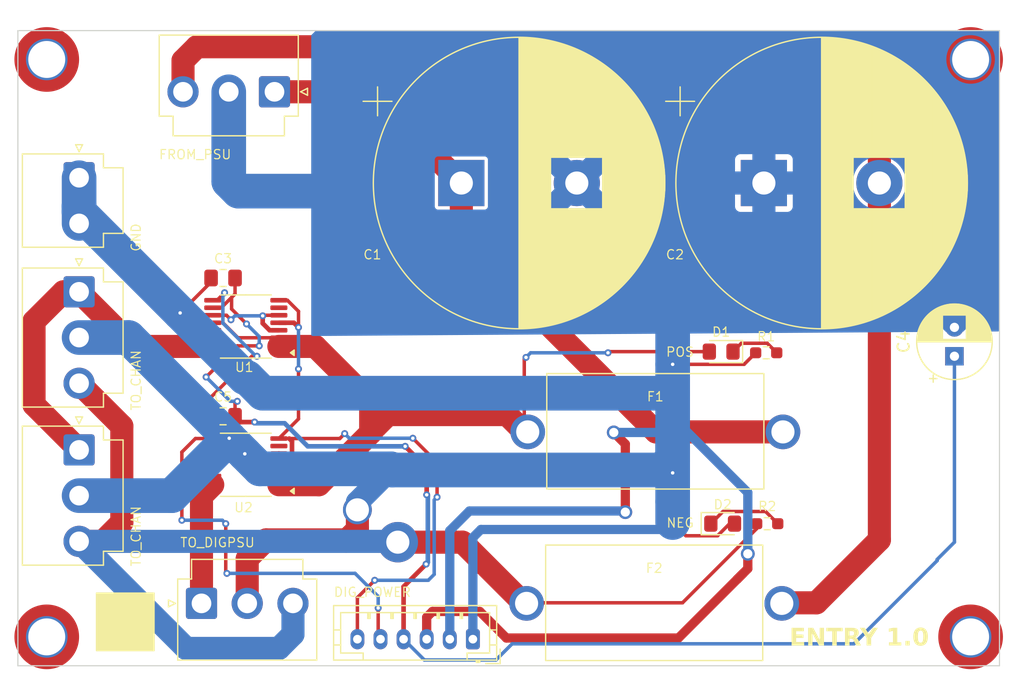
<source format=kicad_pcb>
(kicad_pcb (version 20240108) (generator "pcbnew") (generator_version "8.0")
  (layers (0 "F.Cu" signal) (31 "B.Cu" signal) (34 "B.Paste" user) (35 "F.Paste" user) (36 "B.SilkS" user "B.Silkscreen") (37 "F.SilkS" user "F.Silkscreen") (38 "B.Mask" user) (39 "F.Mask" user) (44 "Edge.Cuts" user))
  (net 0 "")
  (net 1 "DC_POS")
  (net 2 "DC_NEG")
  (net 3 "PGND")
  (net 4 "DC_POS_FUSED")
  (net 5 "DC_NEG_FUSED")
  (net 6 "DC_POS_POW")
  (net 7 "3V3")
  (net 8 "SCL")
  (net 10 "SDA")
  (net 12 "DC_POS_PSU_POW")
  (net 13 "Net-(D1-K)")
  (net 14 "Net-(D2-K)")
  (footprint "Capacitor_THT:CP_Radial_D25.0mm_P10.00mm_SnapIn" (layer "F.Cu") (at 150.5 76.7)
    (property "Reference" "C2" (at -7.7 6.2 0) (layer "F.SilkS") (effects (font (size 0.8 0.8) (thickness 0.1))))
    (property "Value" "10000u 50V")
    (pad "1" thru_hole rect (at 0 0) (size 4 4) (drill 2) (layers "*.Cu" "*.Mask") (net 3 "PGND"))
    (pad "2" thru_hole circle (at 10 0) (size 4 4) (drill 2) (layers "*.Cu" "*.Mask") (net 2 "DC_NEG"))
  )
  (footprint "Capacitor_THT:CP_Radial_D6.3mm_P2.50mm" (layer "F.Cu") (at 167 91.7 90)
    (property "Reference" "C4" (at 1.25 -4.4 90) (layer "F.SilkS"))
    (property "Value" "220u 10V")
    (pad "1" thru_hole rect (at 0 0 90) (size 1.6 1.6) (drill 0.8) (layers "*.Cu" "*.Mask") (net 7 "3V3"))
    (pad "2" thru_hole circle (at 2.5 0 90) (size 1.6 1.6) (drill 0.8) (layers "*.Cu" "*.Mask") (net 3 "PGND"))
  )
  (footprint "Connector_JST:JST_VH_B3P-VH-B_1x03_P3.96mm_Vertical" (layer "F.Cu") (at 91.2 99.81 -90)
    (property "Reference" "J4" (hide yes))
    (property "Value" "Conn_01x03_Pin")
    (pad "1" thru_hole roundrect (at 0 0 270) (size 2.7 2.7) (drill 1.7) (layers "*.Cu" "*.Mask") (roundrect_rratio 0.092593) (net 6 "DC_POS_POW"))
    (pad "2" thru_hole circle (at 3.96 0 270) (size 2.7 2.7) (drill 1.7) (layers "*.Cu" "*.Mask") (net 3 "PGND"))
    (pad "3" thru_hole circle (at 7.92 0 270) (size 2.7 2.7) (drill 1.7) (layers "*.Cu" "*.Mask") (net 5 "DC_NEG_FUSED"))
  )
  (footprint "MountingHole:MountingHole_3.2mm_M3_DIN965_Pad_TopOnly" (layer "F.Cu") (at 88.4 66 90)
    (property "Reference" "H1" (hide yes))
    (property "Value" "MountingHole")
    (pad "1" thru_hole circle (at 0 0 90) (size 3.6 3.6) (drill 3.2) (layers "*.Cu" "*.Mask"))
    (pad "1" connect circle (at 0 0 90) (size 5.6 5.6) (layers "F.Cu" "F.Mask"))
  )
  (footprint "MountingHole:MountingHole_3.2mm_M3_DIN965_Pad_TopOnly" (layer "F.Cu") (at 88.4 116 90)
    (property "Reference" "H3" (hide yes))
    (property "Value" "MountingHole")
    (pad "1" thru_hole circle (at 0 0 90) (size 3.6 3.6) (drill 3.2) (layers "*.Cu" "*.Mask"))
    (pad "1" connect circle (at 0 0 90) (size 5.6 5.6) (layers "F.Cu" "F.Mask"))
  )
  (footprint "MountingHole:MountingHole_3.2mm_M3_DIN965_Pad_TopOnly" (layer "F.Cu") (at 168.4 66 90)
    (property "Reference" "H2" (hide yes))
    (property "Value" "MountingHole")
    (pad "1" thru_hole circle (at 0 0 90) (size 3.6 3.6) (drill 3.2) (layers "*.Cu" "*.Mask"))
    (pad "1" connect circle (at 0 0 90) (size 5.6 5.6) (layers "F.Cu" "F.Mask"))
  )
  (footprint "Capacitor_SMD:C_0805_2012Metric_Pad1.18x1.45mm_HandSolder" (layer "F.Cu") (at 103.6675 96.9)
    (property "Reference" "C5" (at 0 -1.68 0) (layer "F.SilkS") (effects (font (size 0.8 0.8) (thickness 0.1))))
    (property "Value" "0.1u")
    (pad "1" smd roundrect (at -1.0375 0) (size 1.175 1.45) (layers "F.Cu" "F.Paste" "F.Mask") (roundrect_rratio 0.212766) (net 3 "PGND"))
    (pad "2" smd roundrect (at 1.0375 0) (size 1.175 1.45) (layers "F.Cu" "F.Paste" "F.Mask") (roundrect_rratio 0.212766) (net 7 "3V3"))
  )
  (footprint "Custom:Aliexpress Fuse 5x20" (layer "F.Cu") (at 141.1 95.7)
    (property "Reference" "F1" (at 0 -0.5 0) (layer "F.SilkS") (effects (font (size 0.8 0.8) (thickness 0.1))))
    (property "Value" "Fuse_Small")
    (pad "1" thru_hole circle (at -11.05 2.55) (size 3 3) (drill 2) (layers "*.Cu" "*.Mask") (net 4 "DC_POS_FUSED"))
    (pad "2" thru_hole circle (at 11.05 2.55) (size 3 3) (drill 2) (layers "*.Cu" "*.Mask") (net 1 "DC_POS"))
  )
  (footprint "Connector_JST:JST_VH_B3P-VH-B_1x03_P3.96mm_Vertical" (layer "F.Cu") (at 108.12 68.8 180)
    (property "Reference" "J1" (hide yes))
    (property "Value" "Conn_01x03_Pin")
    (pad "1" thru_hole roundrect (at 0 0 180) (size 2.7 2.7) (drill 1.7) (layers "*.Cu" "*.Mask") (roundrect_rratio 0.092593) (net 1 "DC_POS"))
    (pad "2" thru_hole circle (at 3.96 0 180) (size 2.7 2.7) (drill 1.7) (layers "*.Cu" "*.Mask") (net 3 "PGND"))
    (pad "3" thru_hole circle (at 7.92 0 180) (size 2.7 2.7) (drill 1.7) (layers "*.Cu" "*.Mask") (net 2 "DC_NEG"))
  )
  (footprint "Custom:Aliexpress Fuse 5x20" (layer "F.Cu") (at 141 110.55)
    (property "Reference" "F2" (at 0 -0.5 0) (layer "F.SilkS") (effects (font (size 0.8 0.8) (thickness 0.1))))
    (property "Value" "Fuse_Small")
    (pad "1" thru_hole circle (at -11.05 2.55) (size 3 3) (drill 2) (layers "*.Cu" "*.Mask") (net 5 "DC_NEG_FUSED"))
    (pad "2" thru_hole circle (at 11.05 2.55) (size 3 3) (drill 2) (layers "*.Cu" "*.Mask") (net 2 "DC_NEG"))
  )
  (footprint "LED_SMD:LED_0805_2012Metric_Pad1.15x1.40mm_HandSolder" (layer "F.Cu") (at 146.93 106.195)
    (property "Reference" "D2" (at 0 -1.65 0) (layer "F.SilkS") (effects (font (size 0.8 0.8) (thickness 0.1))))
    (property "Value" "YELLOW")
    (pad "1" smd roundrect (at -1.025 0) (size 1.15 1.4) (layers "F.Cu" "F.Paste" "F.Mask") (roundrect_rratio 0.217391) (net 14 "Net-(D2-K)"))
    (pad "2" smd roundrect (at 1.025 0) (size 1.15 1.4) (layers "F.Cu" "F.Paste" "F.Mask") (roundrect_rratio 0.217391) (net 3 "PGND"))
  )
  (footprint "LED_SMD:LED_0805_2012Metric_Pad1.15x1.40mm_HandSolder" (layer "F.Cu") (at 146.8 91.3 180)
    (property "Reference" "D1" (at 0 1.7 0) (layer "F.SilkS") (effects (font (size 0.8 0.8) (thickness 0.1))))
    (property "Value" "YELLOW")
    (pad "1" smd roundrect (at -1.025 0 180) (size 1.15 1.4) (layers "F.Cu" "F.Paste" "F.Mask") (roundrect_rratio 0.217391) (net 13 "Net-(D1-K)"))
    (pad "2" smd roundrect (at 1.025 0 180) (size 1.15 1.4) (layers "F.Cu" "F.Paste" "F.Mask") (roundrect_rratio 0.217391) (net 4 "DC_POS_FUSED"))
  )
  (footprint "Resistor_SMD:R_0603_1608Metric_Pad0.98x0.95mm_HandSolder" (layer "F.Cu") (at 150.7875 106.2 180)
    (property "Reference" "R2" (at 0 1.5 0) (layer "F.SilkS") (effects (font (size 0.8 0.8) (thickness 0.1))))
    (property "Value" "3.6K")
    (pad "1" smd roundrect (at -0.9125 0 180) (size 0.975 0.95) (layers "F.Cu" "F.Paste" "F.Mask") (net 14 "Net-(D2-K)"))
    (pad "2" smd roundrect (at 0.9125 0 180) (size 0.975 0.95) (layers "F.Cu" "F.Paste" "F.Mask") (net 5 "DC_NEG_FUSED"))
  )
  (footprint "Capacitor_SMD:C_0805_2012Metric_Pad1.18x1.45mm_HandSolder" (layer "F.Cu") (at 103.6675 84.925)
    (property "Reference" "C3" (at 0 -1.68 0) (layer "F.SilkS") (effects (font (size 0.8 0.8) (thickness 0.1))))
    (property "Value" "0.1u")
    (pad "1" smd roundrect (at -1.0375 0) (size 1.175 1.45) (layers "F.Cu" "F.Paste" "F.Mask") (roundrect_rratio 0.212766) (net 3 "PGND"))
    (pad "2" smd roundrect (at 1.0375 0) (size 1.175 1.45) (layers "F.Cu" "F.Paste" "F.Mask") (roundrect_rratio 0.212766) (net 7 "3V3"))
  )
  (footprint "Resistor_SMD:R_0603_1608Metric_Pad0.98x0.95mm_HandSolder" (layer "F.Cu") (at 150.7 91.4 180)
    (property "Reference" "R1" (at 0 1.4 0) (layer "F.SilkS") (effects (font (size 0.8 0.8) (thickness 0.1))))
    (property "Value" "3.6K")
    (pad "1" smd roundrect (at -0.9125 0 180) (size 0.975 0.95) (layers "F.Cu" "F.Paste" "F.Mask") (net 13 "Net-(D1-K)"))
    (pad "2" smd roundrect (at 0.9125 0 180) (size 0.975 0.95) (layers "F.Cu" "F.Paste" "F.Mask") (net 3 "PGND"))
  )
  (footprint "Connector_JST:JST_PH_B6B-PH-K_1x06_P2.00mm_Vertical" (layer "F.Cu") (at 125.3 116.2 180)
    (property "Reference" "J6" (hide yes))
    (property "Value" "Conn_01x06_Pin")
    (pad "1" thru_hole roundrect (at 0 0 180) (size 1.2 1.75) (drill 0.75) (layers "*.Cu" "*.Mask") (roundrect_rratio 0.208333) (net 3 "PGND"))
    (pad "2" thru_hole oval (at 2 0 180) (size 1.2 1.75) (drill 0.75) (layers "*.Cu" "*.Mask") (net 3 "PGND"))
    (pad "3" thru_hole oval (at 4 0 180) (size 1.2 1.75) (drill 0.75) (layers "*.Cu" "*.Mask") (net 3 "PGND"))
    (pad "4" thru_hole oval (at 6 0 180) (size 1.2 1.75) (drill 0.75) (layers "*.Cu" "*.Mask") (net 7 "3V3"))
    (pad "5" thru_hole oval (at 8 0 180) (size 1.2 1.75) (drill 0.75) (layers "*.Cu" "*.Mask") (net 8 "SCL"))
    (pad "6" thru_hole oval (at 10 0 180) (size 1.2 1.75) (drill 0.75) (layers "*.Cu" "*.Mask") (net 10 "SDA"))
  )
  (footprint "Package_SO:TSSOP-16_4.4x5mm_P0.65mm" (layer "F.Cu") (at 105.6375 101.100001 180)
    (property "Reference" "U2" (at 0.2 -3.699999 0) (layer "F.SilkS") (effects (font (size 0.8 0.8) (thickness 0.1))))
    (property "Value" "INA260")
    (pad "1" smd roundrect (at -2.8625 -2.275 180) (size 1.475 0.4) (layers "F.Cu" "F.Paste" "F.Mask") (net 4 "DC_POS_FUSED"))
    (pad "2" smd roundrect (at -2.8625 -1.625 180) (size 1.475 0.4) (layers "F.Cu" "F.Paste" "F.Mask") (net 4 "DC_POS_FUSED"))
    (pad "3" smd roundrect (at -2.8625 -0.975 180) (size 1.475 0.4) (layers "F.Cu" "F.Paste" "F.Mask") (net 4 "DC_POS_FUSED"))
    (pad "4" smd roundrect (at -2.8625 -0.325 180) (size 1.475 0.4) (layers "F.Cu" "F.Paste" "F.Mask") (net 10 "SDA"))
    (pad "5" smd roundrect (at -2.8625 0.325 180) (size 1.475 0.4) (layers "F.Cu" "F.Paste" "F.Mask") (net 3 "PGND"))
    (pad "6" smd roundrect (at -2.8625 0.975 180) (size 1.475 0.4) (layers "F.Cu" "F.Paste" "F.Mask") (net 3 "PGND"))
    (pad "7" smd roundrect (at -2.8625 1.625 180) (size 1.475 0.4) (layers "F.Cu" "F.Paste" "F.Mask"))
    (pad "8" smd roundrect (at -2.8625 2.275 180) (size 1.475 0.4) (layers "F.Cu" "F.Paste" "F.Mask") (net 10 "SDA"))
    (pad "9" smd roundrect (at 2.8625 2.275 180) (size 1.475 0.4) (layers "F.Cu" "F.Paste" "F.Mask") (net 8 "SCL"))
    (pad "10" smd roundrect (at 2.8625 1.625 180) (size 1.475 0.4) (layers "F.Cu" "F.Paste" "F.Mask") (net 7 "3V3"))
    (pad "11" smd roundrect (at 2.8625 0.975 180) (size 1.475 0.4) (layers "F.Cu" "F.Paste" "F.Mask") (net 3 "PGND"))
    (pad "12" smd roundrect (at 2.8625 0.325 180) (size 1.475 0.4) (layers "F.Cu" "F.Paste" "F.Mask") (net 4 "DC_POS_FUSED"))
    (pad "13" smd roundrect (at 2.8625 -0.325 180) (size 1.475 0.4) (layers "F.Cu" "F.Paste" "F.Mask"))
    (pad "14" smd roundrect (at 2.8625 -0.975 180) (size 1.475 0.4) (layers "F.Cu" "F.Paste" "F.Mask") (net 12 "DC_POS_PSU_POW"))
    (pad "15" smd roundrect (at 2.8625 -1.625 180) (size 1.475 0.4) (layers "F.Cu" "F.Paste" "F.Mask") (net 12 "DC_POS_PSU_POW"))
    (pad "16" smd roundrect (at 2.8625 -2.275 180) (size 1.475 0.4) (layers "F.Cu" "F.Paste" "F.Mask") (net 12 "DC_POS_PSU_POW"))
  )
  (footprint "Package_SO:TSSOP-16_4.4x5mm_P0.65mm" (layer "F.Cu") (at 105.6375 89.125 180)
    (property "Reference" "U1" (at 0.131944 -3.528279 0) (layer "F.SilkS") (effects (font (size 0.8 0.8) (thickness 0.1))))
    (property "Value" "INA260")
    (pad "1" smd roundrect (at -2.8625 -2.275 180) (size 1.475 0.4) (layers "F.Cu" "F.Paste" "F.Mask") (net 4 "DC_POS_FUSED"))
    (pad "2" smd roundrect (at -2.8625 -1.625 180) (size 1.475 0.4) (layers "F.Cu" "F.Paste" "F.Mask") (net 4 "DC_POS_FUSED"))
    (pad "3" smd roundrect (at -2.8625 -0.975 180) (size 1.475 0.4) (layers "F.Cu" "F.Paste" "F.Mask") (net 4 "DC_POS_FUSED"))
    (pad "4" smd roundrect (at -2.8625 -0.325 180) (size 1.475 0.4) (layers "F.Cu" "F.Paste" "F.Mask") (net 3 "PGND"))
    (pad "5" smd roundrect (at -2.8625 0.325 180) (size 1.475 0.4) (layers "F.Cu" "F.Paste" "F.Mask") (net 10 "SDA"))
    (pad "6" smd roundrect (at -2.8625 0.975 180) (size 1.475 0.4) (layers "F.Cu" "F.Paste" "F.Mask") (net 3 "PGND"))
    (pad "7" smd roundrect (at -2.8625 1.625 180) (size 1.475 0.4) (layers "F.Cu" "F.Paste" "F.Mask"))
    (pad "8" smd roundrect (at -2.8625 2.275 180) (size 1.475 0.4) (layers "F.Cu" "F.Paste" "F.Mask") (net 10 "SDA"))
    (pad "9" smd roundrect (at 2.8625 2.275 180) (size 1.475 0.4) (layers "F.Cu" "F.Paste" "F.Mask") (net 8 "SCL"))
    (pad "10" smd roundrect (at 2.8625 1.625 180) (size 1.475 0.4) (layers "F.Cu" "F.Paste" "F.Mask") (net 7 "3V3"))
    (pad "11" smd roundrect (at 2.8625 0.975 180) (size 1.475 0.4) (layers "F.Cu" "F.Paste" "F.Mask") (net 3 "PGND"))
    (pad "12" smd roundrect (at 2.8625 0.325 180) (size 1.475 0.4) (layers "F.Cu" "F.Paste" "F.Mask") (net 4 "DC_POS_FUSED"))
    (pad "13" smd roundrect (at 2.8625 -0.325 180) (size 1.475 0.4) (layers "F.Cu" "F.Paste" "F.Mask"))
    (pad "14" smd roundrect (at 2.8625 -0.975 180) (size 1.475 0.4) (layers "F.Cu" "F.Paste" "F.Mask") (net 6 "DC_POS_POW"))
    (pad "15" smd roundrect (at 2.8625 -1.625 180) (size 1.475 0.4) (layers "F.Cu" "F.Paste" "F.Mask") (net 6 "DC_POS_POW"))
    (pad "16" smd roundrect (at 2.8625 -2.275 180) (size 1.475 0.4) (layers "F.Cu" "F.Paste" "F.Mask") (net 6 "DC_POS_POW"))
  )
  (footprint "Connector_JST:JST_VH_B3P-VH-B_1x03_P3.96mm_Vertical" (layer "F.Cu") (at 91.2 86.12 -90)
    (property "Reference" "J3" (hide yes))
    (property "Value" "Conn_01x03_Pin")
    (pad "1" thru_hole roundrect (at 0 0 270) (size 2.7 2.7) (drill 1.7) (layers "*.Cu" "*.Mask") (roundrect_rratio 0.092593) (net 6 "DC_POS_POW"))
    (pad "2" thru_hole circle (at 3.96 0 270) (size 2.7 2.7) (drill 1.7) (layers "*.Cu" "*.Mask") (net 3 "PGND"))
    (pad "3" thru_hole circle (at 7.92 0 270) (size 2.7 2.7) (drill 1.7) (layers "*.Cu" "*.Mask") (net 5 "DC_NEG_FUSED"))
  )
  (footprint "Connector_JST:JST_VH_B3P-VH-B_1x03_P3.96mm_Vertical" (layer "F.Cu") (at 101.8 113.1)
    (property "Reference" "J5" (hide yes))
    (property "Value" "Conn_01x03_Pin")
    (pad "1" thru_hole roundrect (at 0 0) (size 2.7 2.7) (drill 1.7) (layers "*.Cu" "*.Mask") (roundrect_rratio 0.092593) (net 12 "DC_POS_PSU_POW"))
    (pad "2" thru_hole circle (at 3.96 0) (size 2.7 2.7) (drill 1.7) (layers "*.Cu" "*.Mask") (net 3 "PGND"))
    (pad "3" thru_hole circle (at 7.92 0) (size 2.7 2.7) (drill 1.7) (layers "*.Cu" "*.Mask") (net 5 "DC_NEG_FUSED"))
  )
  (footprint "MountingHole:MountingHole_3.2mm_M3_DIN965_Pad_TopOnly" (layer "F.Cu") (at 168.4 116 90)
    (property "Reference" "H4" (hide yes))
    (property "Value" "MountingHole")
    (pad "1" thru_hole circle (at 0 0 90) (size 3.6 3.6) (drill 3.2) (layers "*.Cu" "*.Mask"))
    (pad "1" connect circle (at 0 0 90) (size 5.6 5.6) (layers "F.Cu" "F.Mask"))
  )
  (footprint "Capacitor_THT:CP_Radial_D25.0mm_P10.00mm_SnapIn" (layer "F.Cu") (at 124.3 76.7)
    (property "Reference" "C1" (at -7.7 6.2 0) (layer "F.SilkS") (effects (font (size 0.8 0.8) (thickness 0.1))))
    (property "Value" "10000u 50V")
    (pad "1" thru_hole rect (at 0 0) (size 4 4) (drill 2) (layers "*.Cu" "*.Mask") (net 1 "DC_POS"))
    (pad "2" thru_hole circle (at 10 0) (size 4 4) (drill 2) (layers "*.Cu" "*.Mask") (net 3 "PGND"))
  )
  (footprint "Connector_JST:JST_VH_B2P-VH-B_1x02_P3.96mm_Vertical" (layer "F.Cu") (at 91.2 76.24 -90)
    (property "Reference" "J2" (hide yes))
    (property "Value" "Conn_01x02_Pin")
    (pad "1" thru_hole roundrect (at 0 0 270) (size 2.7 2.7) (drill 1.7) (layers "*.Cu" "*.Mask") (roundrect_rratio 0.092593) (net 3 "PGND"))
    (pad "2" thru_hole circle (at 3.96 0 270) (size 2.7 2.7) (drill 1.7) (layers "*.Cu" "*.Mask") (net 3 "PGND"))
  )
  (gr_rect (start 92.7 112.2) (end 97.7 117.2) (stroke (width 0.1)) (fill solid) (layer "F.SilkS"))
  (gr_line (start 170.9 63.5) (end 170.9 118.5) (stroke (width 0.1)) (layer "Edge.Cuts"))
  (gr_line (start 85.9 63.5) (end 170.9 63.5) (stroke (width 0.1)) (layer "Edge.Cuts"))
  (gr_line (start 85.9 118.5) (end 85.9 63.5) (stroke (width 0.1)) (layer "Edge.Cuts"))
  (gr_line (start 170.9 118.5) (end 85.9 118.5) (stroke (width 0.1)) (layer "Edge.Cuts"))
  (gr_text "POS" (at 144.5 91.8 0) (layer "F.SilkS") (effects (font (size 0.8 0.8) (thickness 0.1)) (justify right bottom)))
  (gr_text "TO_CHAN" (at 96.6 96.46 90) (layer "F.SilkS") (effects (font (size 0.8 0.8) (thickness 0.1)) (justify left bottom)))
  (gr_text "TO_CHAN" (at 96.6 109.96 90) (layer "F.SilkS") (effects (font (size 0.8 0.8) (thickness 0.1)) (justify left bottom)))
  (gr_text "TO_DIGPSU" (at 99.9 108.3 0) (layer "F.SilkS") (effects (font (size 0.8 0.8) (thickness 0.1)) (justify left bottom)))
  (gr_text "ENTRY 1.0" (at 164.8 117 0) (layer "F.SilkS") (effects (font (size 1.5 1.5) (thickness 0.2) (bold yes)) (justify right bottom)))
  (gr_text "FROM_PSU" (at 98.06 74.7 0) (layer "F.SilkS") (effects (font (size 0.8 0.8) (thickness 0.1)) (justify left bottom)))
  (gr_text "GND" (at 96.6 82.7 90) (layer "F.SilkS") (effects (font (size 0.8 0.8) (thickness 0.1)) (justify left bottom)))
  (gr_text "DIG_POWER" (at 113.2 112.6 0) (layer "F.SilkS") (effects (font (size 0.8 0.8) (thickness 0.1)) (justify left bottom)))
  (gr_text "NEG\n" (at 144.5 106.6 0) (layer "F.SilkS") (effects (font (size 0.8 0.8) (thickness 0.1)) (justify right bottom)))
  (segment (start 151.85 98.25) (end 141.15 98.25) (width 2) (layer "F.Cu") (net 1))
  (segment (start 124.3 81.4) (end 124.3 76.7) (width 2) (layer "F.Cu") (net 1))
  (segment (start 141.15 98.25) (end 124.3 81.4) (width 2) (layer "F.Cu") (net 1))
  (segment (start 116.4 68.8) (end 124.3 76.7) (width 2) (layer "F.Cu") (net 1))
  (segment (start 108.12 68.8) (end 116.4 68.8) (width 2) (layer "F.Cu") (net 1))
  (segment (start 100.2 66.1) (end 101.4 64.9) (width 2) (layer "F.Cu") (net 2))
  (segment (start 100.2 68.8) (end 100.2 66.1) (width 2) (layer "F.Cu") (net 2))
  (segment (start 160.5 76.7) (end 160.5 107.6) (width 2) (layer "F.Cu") (net 2))
  (segment (start 101.4 64.9) (end 157.6 64.9) (width 2) (layer "F.Cu") (net 2))
  (segment (start 155.05 113.05) (end 151.75 113.05) (width 2) (layer "F.Cu") (net 2))
  (segment (start 157.6 64.9) (end 160.5 67.8) (width 2) (layer "F.Cu") (net 2))
  (segment (start 160.5 107.6) (end 155.05 113.05) (width 2) (layer "F.Cu") (net 2))
  (segment (start 160.5 67.8) (end 160.5 76.7) (width 2) (layer "F.Cu") (net 2))
  (segment (start 100.15 88.15) (end 99.95 87.95) (width 0.3) (layer "F.Cu") (net 3))
  (segment (start 148.7875 92.4) (end 142.6 92.4) (width 0.3) (layer "F.Cu") (net 3))
  (segment (start 149.7875 91.4) (end 148.7875 92.4) (width 0.3) (layer "F.Cu") (net 3))
  (segment (start 102.775 88.15) (end 100.15 88.15) (width 0.3) (layer "F.Cu") (net 3))
  (segment (start 105.76 109.24) (end 107.4 107.6) (width 2) (layer "F.Cu") (net 3))
  (segment (start 138.5 105.2) (end 138.5 99.3) (width 0.8) (layer "F.Cu") (net 3))
  (segment (start 114.2 107.6) (end 114.3 107.7) (width 2) (layer "F.Cu") (net 3))
  (segment (start 108.5 88.15) (end 107.15 88.15) (width 0.3) (layer "F.Cu") (net 3))
  (segment (start 102.775 88.15) (end 103.96005 88.15) (width 0.3) (layer "F.Cu") (net 3))
  (segment (start 149.107107 110.092893) (end 149.107107 108.807107) (width 0.8) (layer "F.Cu") (net 3))
  (segment (start 102.63 97.23) (end 104.200013 98.800013) (width 0.3) (layer "F.Cu") (net 3))
  (segment (start 107.15 88.15) (end 107.1 88.2) (width 0.3) (layer "F.Cu") (net 3))
  (segment (start 121.8 113.8) (end 125.9 113.8) (width 0.8) (layer "F.Cu") (net 3))
  (segment (start 143.745 107.245) (end 142.6 106.1) (width 0.3) (layer "F.Cu") (net 3))
  (segment (start 106.1 100.125001) (end 102.775 100.125001) (width 0.3) (layer "F.Cu") (net 3))
  (segment (start 148.2 111) (end 149.107107 110.092893) (width 0.8) (layer "F.Cu") (net 3))
  (segment (start 146.485456 107.245) (end 143.745 107.245) (width 0.3) (layer "F.Cu") (net 3))
  (segment (start 108.5 100.125001) (end 106.1 100.125001) (width 0.3) (layer "F.Cu") (net 3))
  (segment (start 103.96005 88.15) (end 104.351422 88.541372) (width 0.3) (layer "F.Cu") (net 3))
  (segment (start 108.5 89.45) (end 107.702622 89.45) (width 0.4) (layer "F.Cu") (net 3))
  (segment (start 138.5 99.3) (end 137.5 98.3) (width 0.8) (layer "F.Cu") (net 3))
  (segment (start 107.4 107.6) (end 114.2 107.6) (width 2) (layer "F.Cu") (net 3))
  (segment (start 102.63 85.27) (end 99.95 87.95) (width 0.3) (layer "F.Cu") (net 3))
  (segment (start 143.1 116.1) (end 148.2 111) (width 0.8) (layer "F.Cu") (net 3))
  (segment (start 108.5 100.775001) (end 108.5 100.125001) (width 0.4) (layer "F.Cu") (net 3))
  (segment (start 115.3 106.7) (end 115.3 105) (width 2) (layer "F.Cu") (net 3))
  (segment (start 128.2 116.1) (end 143.1 116.1) (width 0.8) (layer "F.Cu") (net 3))
  (segment (start 125.9 113.8) (end 128.2 116.1) (width 0.8) (layer "F.Cu") (net 3))
  (segment (start 105.76 113.1) (end 105.76 109.24) (width 2) (layer "F.Cu") (net 3))
  (segment (start 148.2 111) (end 148.7 110.5) (width 0.8) (layer "F.Cu") (net 3))
  (segment (start 107.1 88.847378) (end 107.1 88.2) (width 0.4) (layer "F.Cu") (net 3))
  (segment (start 114.3 107.7) (end 115.3 106.7) (width 2) (layer "F.Cu") (net 3))
  (segment (start 142.6 106.1) (end 142.6 101.8) (width 0.3) (layer "F.Cu") (net 3))
  (segment (start 106.1 100.125001) (end 105.574999 100.125001) (width 0.3) (layer "F.Cu") (net 3))
  (segment (start 107.702622 89.45) (end 107.1 88.847378) (width 0.4) (layer "F.Cu") (net 3))
  (segment (start 121.3 116.2) (end 121.3 114.3) (width 0.8) (layer "F.Cu") (net 3))
  (segment (start 147.535456 106.195) (end 146.485456 107.245) (width 0.3) (layer "F.Cu") (net 3))
  (segment (start 105.574999 100.125001) (end 105.55 100.15) (width 0.3) (layer "F.Cu") (net 3))
  (segment (start 121.3 114.3) (end 121.8 113.8) (width 0.8) (layer "F.Cu") (net 3))
  (via (at 104.200013 98.800013) (size 0.6) (drill 0.3) (layers "F.Cu" "B.Cu") (net 3))
  (via (at 137.5 98.3) (size 1.2) (drill 0.8) (layers "F.Cu" "B.Cu") (net 3))
  (via (at 105.55 100.15) (size 0.6) (drill 0.3) (layers "F.Cu" "B.Cu") (net 3))
  (via (at 142.6 92.4) (size 0.6) (drill 0.3) (layers "F.Cu" "B.Cu") (net 3))
  (via (at 149.107107 108.807107) (size 1.2) (drill 0.8) (layers "F.Cu" "B.Cu") (net 3))
  (via (at 138.5 105.2) (size 1.2) (drill 0.8) (layers "F.Cu" "B.Cu") (net 3))
  (via (at 107.1 88.2) (size 0.6) (drill 0.3) (layers "F.Cu" "B.Cu") (net 3))
  (via (at 99.95 87.95) (size 0.6) (drill 0.3) (layers "F.Cu" "B.Cu") (net 3))
  (via (at 142.6 101.8) (size 0.6) (drill 0.3) (layers "F.Cu" "B.Cu") (net 3))
  (via (at 104.351422 88.541372) (size 0.6) (drill 0.3) (layers "F.Cu" "B.Cu") (net 3))
  (via (at 115.3 105) (size 2.5) (drill 2) (layers "F.Cu" "B.Cu") (net 3))
  (segment (start 91.2 78.7) (end 91.2 80.2) (width 3) (layer "B.Cu") (net 3))
  (segment (start 125.3 116.2) (end 125.3 107.4) (width 0.8) (layer "B.Cu") (net 3))
  (segment (start 141.65 101.55) (end 142.6 100.6) (width 3) (layer "B.Cu") (net 3))
  (segment (start 141.6 105.1) (end 142.6 106.1) (width 0.8) (layer "B.Cu") (net 3))
  (segment (start 142 106.7) (end 142.6 106.1) (width 0.8) (layer "B.Cu") (net 3))
  (segment (start 138.4 105.1) (end 138.5 105.2) (width 0.8) (layer "B.Cu") (net 3))
  (segment (start 104.16 68.8) (end 104.16 76.56) (width 3) (layer "B.Cu") (net 3))
  (segment (start 142.6 97.5) (end 143.1 97.5) (width 0.8) (layer "B.Cu") (net 3))
  (segment (start 115.3 104.35) (end 118.2 101.45) (width 2) (layer "B.Cu") (net 3))
  (segment (start 105 77.4) (end 113.2 77.4) (width 3) (layer "B.Cu") (net 3))
  (segment (start 105.55 93.55) (end 105.749138 93.55) (width 3) (layer "B.Cu") (net 3))
  (segment (start 105.55 100.15) (end 104.200013 98.800013) (width 3) (layer "B.Cu") (net 3))
  (segment (start 91.2 76.24) (end 91.2 78.7) (width 3) (layer "B.Cu") (net 3))
  (segment (start 91.2 90.08) (end 95.48 90.08) (width 3) (layer "B.Cu") (net 3))
  (segment (start 137.5 98.3) (end 141.8 98.3) (width 0.8) (layer "B.Cu") (net 3))
  (segment (start 115.3 105) (end 115.3 104.35) (width 2) (layer "B.Cu") (net 3))
  (segment (start 123.3 106.8) (end 125 105.1) (width 0.8) (layer "B.Cu") (net 3))
  (segment (start 125.3 107.4) (end 126 106.7) (width 0.8) (layer "B.Cu") (net 3))
  (segment (start 142.6 92.4) (end 142.6 94.9) (width 3) (layer "B.Cu") (net 3))
  (segment (start 107.1 88.2) (end 104.692794 88.2) (width 0.3) (layer "B.Cu") (net 3))
  (segment (start 105.55 100.15) (end 106.85 101.45) (width 3) (layer "B.Cu") (net 3))
  (segment (start 91.2 103.77) (end 99.230026 103.77) (width 3) (layer "B.Cu") (net 3))
  (segment (start 107.099138 94.9) (end 142.6 94.9) (width 3) (layer "B.Cu") (net 3))
  (segment (start 142.6 94.9) (end 142.6 97.5) (width 3) (layer "B.Cu") (net 3))
  (segment (start 118.2 101.45) (end 118.3 101.55) (width 3) (layer "B.Cu") (net 3))
  (segment (start 142.6 104.3) (end 142.6 106.1) (width 3) (layer "B.Cu") (net 3))
  (segment (start 143.1 97.5) (end 149.107107 103.507107) (width 0.8) (layer "B.Cu") (net 3))
  (segment (start 126 106.7) (end 142 106.7) (width 0.8) (layer "B.Cu") (net 3))
  (segment (start 91.2 79.2) (end 99.95 87.95) (width 3) (layer "B.Cu") (net 3))
  (segment (start 118.3 101.55) (end 141.65 101.55) (width 3) (layer "B.Cu") (net 3))
  (segment (start 95.48 90.08) (end 104.200013 98.800013) (width 3) (layer "B.Cu") (net 3))
  (segment (start 105.749138 93.55) (end 107.099138 94.9) (width 3) (layer "B.Cu") (net 3))
  (segment (start 142.6 88) (end 142.6 92.4) (width 3) (layer "B.Cu") (net 3))
  (segment (start 106.85 101.45) (end 118.2 101.45) (width 3) (layer "B.Cu") (net 3))
  (segment (start 141.8 98.3) (end 142.6 97.5) (width 0.8) (layer "B.Cu") (net 3))
  (segment (start 99.95 87.95) (end 105.55 93.55) (width 3) (layer "B.Cu") (net 3))
  (segment (start 142.6 97.5) (end 142.6 104.3) (width 3) (layer "B.Cu") (net 3))
  (segment (start 125 105.1) (end 138.4 105.1) (width 0.8) (layer "B.Cu") (net 3))
  (segment (start 123.3 116.2) (end 123.3 106.8) (width 0.8) (layer "B.Cu") (net 3))
  (segment (start 142.6 100.6) (end 142.6 97.5) (width 3) (layer "B.Cu") (net 3))
  (segment (start 104.16 76.56) (end 105 77.4) (width 3) (layer "B.Cu") (net 3))
  (segment (start 149.107107 103.507107) (end 149.107107 108.807107) (width 0.8) (layer "B.Cu") (net 3))
  (segment (start 99.230026 103.77) (end 104.200013 98.800013) (width 3) (layer "B.Cu") (net 3))
  (segment (start 91.2 78.7) (end 91.2 79.2) (width 3) (layer "B.Cu") (net 3))
  (segment (start 104.692794 88.2) (end 104.351422 88.541372) (width 0.3) (layer "B.Cu") (net 3))
  (segment (start 111.967031 102.825001) (end 108.5 102.825001) (width 2) (layer "F.Cu") (net 4))
  (segment (start 107.75 90.1) (end 108.5 90.85) (width 0.3) (layer "F.Cu") (net 4))
  (segment (start 116.45 98.25) (end 116.45 95.65) (width 2) (layer "F.Cu") (net 4))
  (segment (start 145.775 91.3) (end 137.1 91.3) (width 0.3) (layer "F.Cu") (net 4))
  (segment (start 129.75 98.25) (end 128.25 96.75) (width 2) (layer "F.Cu") (net 4))
  (segment (start 129.75 91.95) (end 129.75 98.25) (width 0.3) (layer "F.Cu") (net 4))
  (segment (start 111.65 90.85) (end 108.5 90.85) (width 2) (layer "F.Cu") (net 4))
  (segment (start 104.951422 90.1) (end 107.75 90.1) (width 0.3) (layer "F.Cu") (net 4))
  (segment (start 107.135051 102.725001) (end 108.5 102.725001) (width 0.3) (layer "F.Cu") (net 4))
  (segment (start 128.25 96.75) (end 117.95 96.75) (width 2) (layer "F.Cu") (net 4))
  (segment (start 116.45 98.25) (end 116.45 98.342032) (width 2) (layer "F.Cu") (net 4))
  (segment (start 129.9 91.8) (end 129.75 91.95) (width 0.3) (layer "F.Cu") (net 4))
  (segment (start 103.651422 88.8) (end 104.951422 90.1) (width 0.3) (layer "F.Cu") (net 4))
  (segment (start 102.775 88.8) (end 103.651422 88.8) (width 0.3) (layer "F.Cu") (net 4))
  (segment (start 116.45 98.342032) (end 111.967031 102.825001) (width 2) (layer "F.Cu") (net 4))
  (segment (start 116.45 95.65) (end 111.65 90.85) (width 2) (layer "F.Cu") (net 4))
  (segment (start 102.775 100.775001) (end 105.185051 100.775001) (width 0.3) (layer "F.Cu") (net 4))
  (segment (start 137.1 91.3) (end 137 91.4) (width 0.3) (layer "F.Cu") (net 4))
  (segment (start 117.95 96.75) (end 116.45 98.25) (width 2) (layer "F.Cu") (net 4))
  (segment (start 105.185051 100.775001) (end 107.135051 102.725001) (width 0.3) (layer "F.Cu") (net 4))
  (via (at 129.9 91.8) (size 0.6) (drill 0.3) (layers "F.Cu" "B.Cu") (net 4))
  (via (at 137 91.4) (size 0.6) (drill 0.3) (layers "F.Cu" "B.Cu") (net 4))
  (segment (start 130.3 91.4) (end 129.9 91.8) (width 0.3) (layer "B.Cu") (net 4))
  (segment (start 137 91.4) (end 130.3 91.4) (width 0.3) (layer "B.Cu") (net 4))
  (segment (start 149.875 106.625) (end 143.45 113.05) (width 0.3) (layer "F.Cu") (net 5))
  (segment (start 118.8 107.8) (end 124.4 107.8) (width 2) (layer "F.Cu") (net 5))
  (segment (start 94.9 97.74) (end 94.9 106.1) (width 2) (layer "F.Cu") (net 5))
  (segment (start 124.4 107.8) (end 129.65 113.05) (width 2) (layer "F.Cu") (net 5))
  (segment (start 149.875 106.2) (end 149.875 106.625) (width 0.3) (layer "F.Cu") (net 5))
  (segment (start 94.9 106.1) (end 93.27 107.73) (width 2) (layer "F.Cu") (net 5))
  (segment (start 93.27 107.73) (end 91.2 107.73) (width 2) (layer "F.Cu") (net 5))
  (segment (start 143.45 113.05) (end 129.65 113.05) (width 0.3) (layer "F.Cu") (net 5))
  (segment (start 91.2 94.04) (end 94.9 97.74) (width 2) (layer "F.Cu") (net 5))
  (via (at 118.8 107.8) (size 3.5) (drill 2) (layers "F.Cu" "B.Cu") (net 5))
  (segment (start 91.2 107.73) (end 100.47 117) (width 2) (layer "B.Cu") (net 5))
  (segment (start 118.73 107.73) (end 118.8 107.8) (width 2) (layer "B.Cu") (net 5))
  (segment (start 109.72 115.78) (end 109.72 113.1) (width 2) (layer "B.Cu") (net 5))
  (segment (start 108.5 117) (end 109.72 115.78) (width 2) (layer "B.Cu") (net 5))
  (segment (start 91.2 107.73) (end 118.73 107.73) (width 2) (layer "B.Cu") (net 5))
  (segment (start 100.47 117) (end 108.5 117) (width 2) (layer "B.Cu") (net 5))
  (segment (start 91.2 86.12) (end 95.93 90.85) (width 2) (layer "F.Cu") (net 6))
  (segment (start 95.93 90.85) (end 102.775 90.85) (width 2) (layer "F.Cu") (net 6))
  (segment (start 89.850001 86.12) (end 87.3 88.670001) (width 2) (layer "F.Cu") (net 6))
  (segment (start 91.2 86.12) (end 89.850001 86.12) (width 2) (layer "F.Cu") (net 6))
  (segment (start 87.3 95.91) (end 91.2 99.81) (width 2) (layer "F.Cu") (net 6))
  (segment (start 87.3 88.670001) (end 87.3 95.91) (width 2) (layer "F.Cu") (net 6))
  (segment (start 104.705 86.307499) (end 104.705 84.925) (width 0.3) (layer "F.Cu") (net 7))
  (segment (start 104.9 97.095) (end 104.9 99.08995) (width 0.3) (layer "F.Cu") (net 7))
  (segment (start 121.25 109.7) (end 119.3 111.65) (width 0.4) (layer "F.Cu") (net 7))
  (segment (start 102.2 93.5) (end 104.9 90.8) (width 0.3) (layer "F.Cu") (net 7))
  (segment (start 119.3 111.65) (end 119.3 116.2) (width 0.4) (layer "F.Cu") (net 7))
  (segment (start 121.3 103.7) (end 121.3 101.36374) (width 0.4) (layer "F.Cu") (net 7))
  (segment (start 104.705 95.795) (end 104.9 95.6) (width 0.3) (layer "F.Cu") (net 7))
  (segment (start 102.775 87.5) (end 103.512499 87.5) (width 0.3) (layer "F.Cu") (net 7))
  (segment (start 105.205 97.4) (end 104.705 96.9) (width 0.4) (layer "F.Cu") (net 7))
  (segment (start 104.514949 99.475001) (end 102.775 99.475001) (width 0.3) (layer "F.Cu") (net 7))
  (segment (start 104.406249 87.606249) (end 104.406249 86.606249) (width 0.3) (layer "F.Cu") (net 7))
  (segment (start 104.406249 86.606249) (end 104.705 86.307499) (width 0.3) (layer "F.Cu") (net 7))
  (segment (start 105.7 88.9) (end 104.406249 87.606249) (width 0.3) (layer "F.Cu") (net 7))
  (segment (start 104.9 90.8) (end 106.8 90.8) (width 0.3) (layer "F.Cu") (net 7))
  (segment (start 103.512499 87.5) (end 104.406249 86.606249) (width 0.3) (layer "F.Cu") (net 7))
  (segment (start 104.9 99.08995) (end 104.514949 99.475001) (width 0.3) (layer "F.Cu") (net 7))
  (segment (start 104.705 96.9) (end 104.705 95.795) (width 0.3) (layer "F.Cu") (net 7))
  (segment (start 121.3 101.36374) (end 119.43626 99.5) (width 0.4) (layer "F.Cu") (net 7))
  (segment (start 106.4 97.4) (end 105.205 97.4) (width 0.4) (layer "F.Cu") (net 7))
  (via (at 106.4 97.4) (size 0.6) (drill 0.3) (layers "F.Cu" "B.Cu") (net 7))
  (via (at 119.43626 99.5) (size 0.6) (drill 0.3) (layers "F.Cu" "B.Cu") (net 7))
  (via (at 121.3 103.7) (size 0.6) (drill 0.3) (layers "F.Cu" "B.Cu") (net 7))
  (via (at 121.25 109.7) (size 0.6) (drill 0.3) (layers "F.Cu" "B.Cu") (net 7))
  (via (at 102.2 93.5) (size 0.6) (drill 0.3) (layers "F.Cu" "B.Cu") (net 7))
  (via (at 105.7 88.9) (size 0.6) (drill 0.3) (layers "F.Cu" "B.Cu") (net 7))
  (via (at 106.8 90.8) (size 0.6) (drill 0.3) (layers "F.Cu" "B.Cu") (net 7))
  (via (at 104.9 95.6) (size 0.6) (drill 0.3) (layers "F.Cu" "B.Cu") (net 7))
  (segment (start 121.4 103.8) (end 121.4 109.55) (width 0.4) (layer "B.Cu") (net 7))
  (segment (start 121.4 109.55) (end 121.25 109.7) (width 0.4) (layer "B.Cu") (net 7))
  (segment (start 104.9 95.6) (end 104.3 95.6) (width 0.3) (layer "B.Cu") (net 7))
  (segment (start 111 99.5) (end 119.43626 99.5) (width 0.4) (layer "B.Cu") (net 7))
  (segment (start 167 107.8) (end 165.5 109.3) (width 0.3) (layer "B.Cu") (net 7))
  (segment (start 109 97.5) (end 111 99.5) (width 0.4) (layer "B.Cu") (net 7))
  (segment (start 106.8 90.8) (end 106.8 90) (width 0.3) (layer "B.Cu") (net 7))
  (segment (start 106.5 97.5) (end 109 97.5) (width 0.4) (layer "B.Cu") (net 7))
  (segment (start 106.8 90) (end 105.7 88.9) (width 0.3) (layer "B.Cu") (net 7))
  (segment (start 158.3 116.6) (end 128.7 116.6) (width 0.3) (layer "B.Cu") (net 7))
  (segment (start 121.3 103.7) (end 121.4 103.8) (width 0.4) (layer "B.Cu") (net 7))
  (segment (start 128.7 116.6) (end 127.3 118) (width 0.3) (layer "B.Cu") (net 7))
  (segment (start 121.1 118) (end 119.3 116.2) (width 0.3) (layer "B.Cu") (net 7))
  (segment (start 167 91.7) (end 167 107.8) (width 0.3) (layer "B.Cu") (net 7))
  (segment (start 165.5 109.3) (end 165.5 109.4) (width 0.3) (layer "B.Cu") (net 7))
  (segment (start 127.3 118) (end 121.1 118) (width 0.3) (layer "B.Cu") (net 7))
  (segment (start 104.3 95.6) (end 102.2 93.5) (width 0.3) (layer "B.Cu") (net 7))
  (segment (start 106.4 97.4) (end 106.5 97.5) (width 0.4) (layer "B.Cu") (net 7))
  (segment (start 165.5 109.4) (end 158.3 116.6) (width 0.3) (layer "B.Cu") (net 7))
  (segment (start 103.15 86.85) (end 103.8 86.2) (width 0.3) (layer "F.Cu") (net 8))
  (segment (start 103.9 110.4) (end 104 110.5) (width 0.3) (layer "F.Cu") (net 8))
  (segment (start 106.6 91.7) (end 106.162044 91.7) (width 0.3) (layer "F.Cu") (net 8))
  (segment (start 117.1 116) (end 117.3 116.2) (width 0.3) (layer "F.Cu") (net 8))
  (segment (start 100.1 100) (end 100.1 105.9) (width 0.3) (layer "F.Cu") (net 8))
  (segment (start 100.1 100) (end 101.274999 98.825001) (width 0.3) (layer "F.Cu") (net 8))
  (segment (start 101.6925 96.169544) (end 101.6925 97.742501) (width 0.3) (layer "F.Cu") (net 8))
  (segment (start 117.1 113.5) (end 117.1 116) (width 0.3) (layer "F.Cu") (net 8))
  (segment (start 101.6925 97.742501) (end 102.775 98.825001) (width 0.3) (layer "F.Cu") (net 8))
  (segment (start 102.775 98.825001) (end 101.274999 98.825001) (width 0.3) (layer "F.Cu") (net 8))
  (segment (start 103.9 106.2) (end 103.9 110.4) (width 0.3) (layer "F.Cu") (net 8))
  (segment (start 106.162044 91.7) (end 101.6925 96.169544) (width 0.3) (layer "F.Cu") (net 8))
  (via (at 100.1 105.9) (size 0.6) (drill 0.3) (layers "F.Cu" "B.Cu") (net 8))
  (via (at 103.9 106.2) (size 0.6) (drill 0.3) (layers "F.Cu" "B.Cu") (net 8))
  (via (at 103.8 86.2) (size 0.6) (drill 0.3) (layers "F.Cu" "B.Cu") (net 8))
  (via (at 106.6 91.7) (size 0.6) (drill 0.3) (layers "F.Cu" "B.Cu") (net 8))
  (via (at 104 110.5) (size 0.6) (drill 0.3) (layers "F.Cu" "B.Cu") (net 8))
  (via (at 117.1 113.5) (size 0.6) (drill 0.3) (layers "F.Cu" "B.Cu") (net 8))
  (segment (start 103.8 86.2) (end 103.651422 86.348578) (width 0.3) (layer "B.Cu") (net 8))
  (segment (start 104 110.5) (end 115.1 110.5) (width 0.3) (layer "B.Cu") (net 8))
  (segment (start 103.651422 86.348578) (end 103.651422 88.831322) (width 0.3) (layer "B.Cu") (net 8))
  (segment (start 103.6 105.9) (end 103.9 106.2) (width 0.3) (layer "B.Cu") (net 8))
  (segment (start 103.651422 88.831322) (end 106.5201 91.7) (width 0.3) (layer "B.Cu") (net 8))
  (segment (start 117.1 112.5) (end 117.1 113.5) (width 0.3) (layer "B.Cu") (net 8))
  (segment (start 100.1 105.9) (end 103.6 105.9) (width 0.3) (layer "B.Cu") (net 8))
  (segment (start 106.5201 91.7) (end 106.6 91.7) (width 0.3) (layer "B.Cu") (net 8))
  (segment (start 115.1 110.5) (end 117.1 112.5) (width 0.3) (layer "B.Cu") (net 8))
  (segment (start 108.5 86.85) (end 109.237499 86.85) (width 0.3) (layer "F.Cu") (net 10))
  (segment (start 109.6375 101.084879) (end 109.6375 99.062501) (width 0.4) (layer "F.Cu") (net 10))
  (segment (start 108.5 88.8) (end 109.8 88.8) (width 0.4) (layer "F.Cu") (net 10))
  (segment (start 108.5 101.425001) (end 109.297378 101.425001) (width 0.4) (layer "F.Cu") (net 10))
  (segment (start 108.5 98.825001) (end 109.4 98.825001) (width 0.3) (layer "F.Cu") (net 10))
  (segment (start 110.2 92.8) (end 110.2 97.125001) (width 0.3) (layer "F.Cu") (net 10))
  (segment (start 110.2 97.125001) (end 108.5 98.825001) (width 0.3) (layer "F.Cu") (net 10))
  (segment (start 115.3 112.6) (end 115.3 116.2) (width 0.3) (layer "F.Cu") (net 10))
  (segment (start 109.237499 86.85) (end 110.2 87.812501) (width 0.3) (layer "F.Cu") (net 10))
  (segment (start 116.8 111.1) (end 115.3 112.6) (width 0.3) (layer "F.Cu") (net 10))
  (segment (start 109.8 88.8) (end 110.2 89.2) (width 0.4) (layer "F.Cu") (net 10))
  (segment (start 109.4 98.825001) (end 113.774999 98.825001) (width 0.3) (layer "F.Cu") (net 10))
  (segment (start 109.297378 101.425001) (end 109.6375 101.084879) (width 0.4) (layer "F.Cu") (net 10))
  (segment (start 120.1 98.8) (end 122.2 100.9) (width 0.3) (layer "F.Cu") (net 10))
  (segment (start 122.2 100.9) (end 122.2 103.9) (width 0.3) (layer "F.Cu") (net 10))
  (segment (start 110.2 87.812501) (end 110.2 89.2) (width 0.3) (layer "F.Cu") (net 10))
  (segment (start 109.6375 99.062501) (end 109.4 98.825001) (width 0.4) (layer "F.Cu") (net 10))
  (segment (start 113.774999 98.825001) (end 114.2 98.4) (width 0.3) (layer "F.Cu") (net 10))
  (via (at 110.2 89.2) (size 0.6) (drill 0.3) (layers "F.Cu" "B.Cu") (net 10))
  (via (at 122.2 103.9) (size 0.6) (drill 0.3) (layers "F.Cu" "B.Cu") (net 10))
  (via (at 120.1 98.8) (size 0.6) (drill 0.3) (layers "F.Cu" "B.Cu") (net 10))
  (via (at 114.2 98.4) (size 0.6) (drill 0.3) (layers "F.Cu" "B.Cu") (net 10))
  (via (at 116.8 111.1) (size 0.6) (drill 0.3) (layers "F.Cu" "B.Cu") (net 10))
  (via (at 110.2 92.8) (size 0.6) (drill 0.3) (layers "F.Cu" "B.Cu") (net 10))
  (segment (start 114.6 98.8) (end 120.1 98.8) (width 0.3) (layer "B.Cu") (net 10))
  (segment (start 121.95 104.15) (end 121.95 110.58934) (width 0.3) (layer "B.Cu") (net 10))
  (segment (start 114.2 98.4) (end 114.6 98.8) (width 0.3) (layer "B.Cu") (net 10))
  (segment (start 110.2 89.2) (end 110.2 92.8) (width 0.3) (layer "B.Cu") (net 10))
  (segment (start 121.43934 111.1) (end 116.8 111.1) (width 0.3) (layer "B.Cu") (net 10))
  (segment (start 122.2 103.9) (end 121.95 104.15) (width 0.3) (layer "B.Cu") (net 10))
  (segment (start 121.95 110.58934) (end 121.43934 111.1) (width 0.3) (layer "B.Cu") (net 10))
  (segment (start 101.8 103.800001) (end 102.775 102.825001) (width 2) (layer "F.Cu") (net 12))
  (segment (start 101.8 113.1) (end 101.8 103.800001) (width 2) (layer "F.Cu") (net 12))
  (segment (start 150.7875 90.575) (end 148.55 90.575) (width 0.3) (layer "F.Cu") (net 13))
  (segment (start 148.55 90.575) (end 147.825 91.3) (width 0.3) (layer "F.Cu") (net 13))
  (segment (start 151.6125 91.4) (end 150.7875 90.575) (width 0.3) (layer "F.Cu") (net 13))
  (segment (start 150.645 105.145) (end 146.955 105.145) (width 0.3) (layer "F.Cu") (net 14))
  (segment (start 146.955 105.145) (end 145.905 106.195) (width 0.3) (layer "F.Cu") (net 14))
  (segment (start 151.7 106.2) (end 150.645 105.145) (width 0.3) (layer "F.Cu") (net 14))
  (zone (net 3) (net_name "PGND") (layer "B.Cu") (connect_pads (clearance 0.3)) (min_thickness 0.25) (fill yes (thermal_gap 0.5) (thermal_bridge_width 2))
    (polygon (pts (xy 111.8 63.4) (xy 171.7 63.4) (xy 171.7 89.548344) (xy 111.3 89.948344) (xy 111.3 63.9)))
  )
)
</source>
